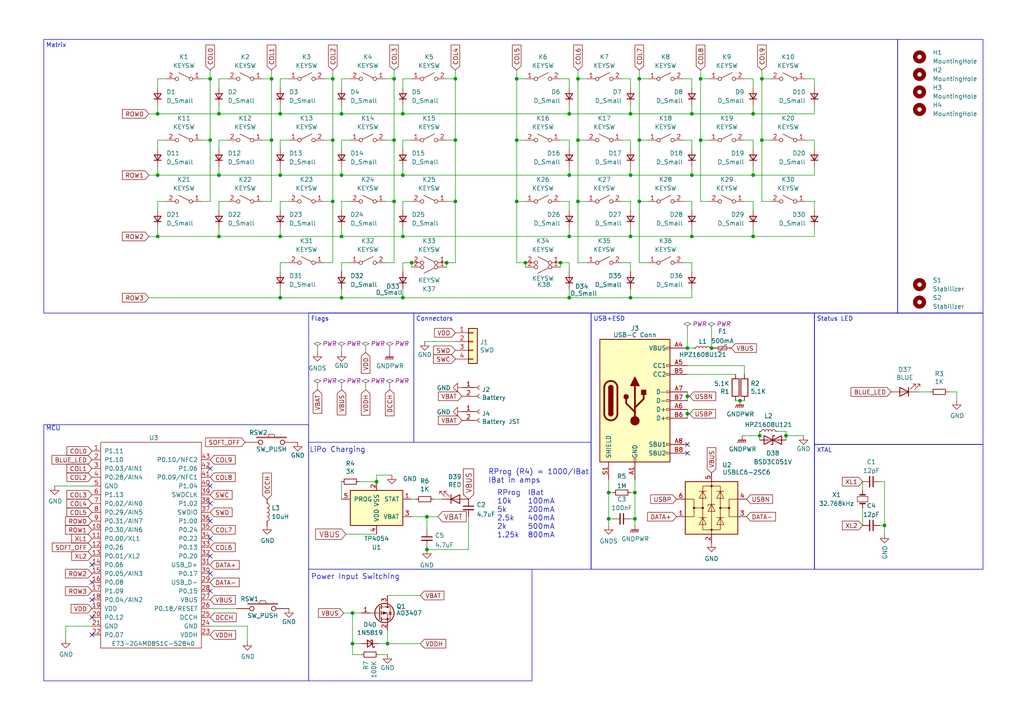
<source format=kicad_sch>
(kicad_sch (version 20231120) (generator "eeschema") (generator_version "8.0")
  (paper "A4")
  (title_block (title "Willis") (date "2024-08-29") (rev "V0.1") (company "krikun98"))
  (junction (at 149.86 40.64) (diameter 0.9144))
  (junction (at 132.08 22.86))
  (junction (at 149.86 58.42) (diameter 0.9144))
  (junction (at 182.88 33.02) (diameter 0.9144))
  (junction (at 132.08 40.64))
  (junction (at 149.86 22.86))
  (junction (at 114.3 58.42))
  (junction (at 218.44 33.02) (diameter 0.9144))
  (junction (at 162.56 76.2))
  (junction (at 99.06 68.58) (diameter 0.9144))
  (junction (at 176.53 142.875))
  (junction (at 116.84 68.58))
  (junction (at 132.08 58.42) (diameter 0.9144))
  (junction (at 203.2 40.64) (diameter 0.9144))
  (junction (at 81.28 86.36))
  (junction (at 96.52 40.64) (diameter 0.9144))
  (junction (at 167.64 22.86))
  (junction (at 200.66 68.58) (diameter 0.9144))
  (junction (at 200.66 50.8) (diameter 0.9144))
  (junction (at 218.44 68.58) (diameter 0.9144))
  (junction (at 185.42 22.86))
  (junction (at 60.96 40.64) (diameter 0.9144))
  (junction (at 112.395 186.69))
  (junction (at 182.88 68.58) (diameter 0.9144))
  (junction (at 206.375 100.965))
  (junction (at 96.52 58.42))
  (junction (at 165.1 50.8))
  (junction (at 63.5 50.8) (diameter 0.9144))
  (junction (at 227.965 126.365))
  (junction (at 199.39 100.965))
  (junction (at 78.74 22.86))
  (junction (at 176.53 150.495))
  (junction (at 81.28 50.8) (diameter 0.9144))
  (junction (at 214.63 116.205))
  (junction (at 45.72 50.8) (diameter 0.9144))
  (junction (at 185.42 40.64) (diameter 0.9144))
  (junction (at 116.84 86.36))
  (junction (at 109.22 139.7))
  (junction (at 165.1 86.36))
  (junction (at 99.06 50.8) (diameter 0.9144))
  (junction (at 184.15 142.875))
  (junction (at 220.98 40.64) (diameter 0.9144))
  (junction (at 119.38 76.2))
  (junction (at 220.345 126.365))
  (junction (at 200.66 33.02) (diameter 0.9144))
  (junction (at 184.15 150.495))
  (junction (at 63.5 68.58) (diameter 0.9144))
  (junction (at 123.825 149.86))
  (junction (at 165.1 33.02))
  (junction (at 116.84 33.02))
  (junction (at 182.88 50.8) (diameter 0.9144))
  (junction (at 165.1 68.58))
  (junction (at 99.06 86.36))
  (junction (at 99.06 33.02) (diameter 0.9144))
  (junction (at 102.235 186.69))
  (junction (at 60.96 22.86))
  (junction (at 114.3 40.64) (diameter 0.9144))
  (junction (at 123.825 159.385))
  (junction (at 114.3 22.86))
  (junction (at 218.44 50.8) (diameter 0.9144))
  (junction (at 182.88 86.36))
  (junction (at 129.54 76.2))
  (junction (at 96.52 22.86))
  (junction (at 185.42 58.42))
  (junction (at 102.235 177.8))
  (junction (at 199.39 114.935))
  (junction (at 199.39 120.015))
  (junction (at 203.2 22.86))
  (junction (at 63.5 33.02) (diameter 0.9144))
  (junction (at 167.64 40.64) (diameter 0.9144))
  (junction (at 45.72 33.02) (diameter 0.9144))
  (junction (at 45.72 68.58) (diameter 0.9144))
  (junction (at 116.84 50.8))
  (junction (at 81.28 33.02) (diameter 0.9144))
  (junction (at 81.28 68.58) (diameter 0.9144))
  (junction (at 256.54 152.4))
  (junction (at 152.4 76.2))
  (junction (at 78.74 40.64) (diameter 0.9144))
  (junction (at 220.98 22.86))
  (junction (at 167.64 58.42))
  (no_connect (at 60.96 151.13))
  (no_connect (at 60.96 140.97))
  (no_connect (at 60.96 171.45))
  (no_connect (at 60.96 135.89))
  (no_connect (at 26.67 184.15))
  (no_connect (at 60.96 146.05))
  (no_connect (at 60.96 166.37))
  (no_connect (at 26.67 173.99))
  (no_connect (at 199.39 131.445))
  (no_connect (at 60.96 156.21))
  (no_connect (at 26.67 168.91))
  (no_connect (at 199.39 128.905))
  (no_connect (at 60.96 161.29))
  (no_connect (at 26.67 163.83))
  (no_connect (at 26.67 179.07))
  (wire (pts (xy 199.39 120.015) (xy 200.025 120.015)))
  (wire (pts (xy 182.88 33.02) (xy 165.1 33.02)))
  (wire (pts (xy 176.53 142.875) (xy 177.8 142.875)))
  (wire (pts (xy 213.36 116.205) (xy 214.63 116.205)))
  (wire (pts (xy 200.66 66.04) (xy 200.66 68.58)))
  (wire (pts (xy 58.42 22.86) (xy 60.96 22.86)))
  (wire (pts (xy 45.72 30.48) (xy 45.72 33.02)))
  (wire (pts (xy 236.22 68.58) (xy 218.44 68.58)))
  (wire (pts (xy 198.12 58.42) (xy 200.66 58.42)))
  (wire (pts (xy 170.18 40.64) (xy 167.64 40.64)))
  (wire (pts (xy 218.44 68.58) (xy 200.66 68.58)))
  (wire (pts (xy 182.88 40.64) (xy 182.88 43.18)))
  (wire (pts (xy 132.08 99.06) (xy 123.19 99.06)))
  (wire (pts (xy 116.84 40.64) (xy 116.84 43.18)))
  (wire (pts (xy 256.54 152.4) (xy 256.54 154.94)))
  (wire (pts (xy 165.1 83.82) (xy 165.1 86.36)))
  (wire (pts (xy 111.76 22.86) (xy 114.3 22.86)))
  (wire (pts (xy 43.18 86.36) (xy 81.28 86.36)))
  (wire (pts (xy 76.2 40.64) (xy 78.74 40.64)))
  (wire (pts (xy 99.695 177.8) (xy 102.235 177.8)))
  (wire (pts (xy 63.5 66.04) (xy 63.5 68.58)))
  (wire (pts (xy 71.755 181.61) (xy 71.755 186.055)))
  (wire (pts (xy 199.39 120.015) (xy 199.39 121.285)))
  (wire (pts (xy 111.76 76.2) (xy 114.3 76.2)))
  (wire (pts (xy 236.22 50.8) (xy 218.44 50.8)))
  (wire (pts (xy 104.14 139.7) (xy 109.22 139.7)))
  (wire (pts (xy 81.28 40.64) (xy 81.28 43.18)))
  (wire (pts (xy 185.42 58.42) (xy 185.42 76.2)))
  (wire (pts (xy 96.52 20.32) (xy 96.52 22.86)))
  (wire (pts (xy 200.66 33.02) (xy 182.88 33.02)))
  (wire (pts (xy 227.965 127.635) (xy 227.965 126.365)))
  (wire (pts (xy 45.72 50.8) (xy 63.5 50.8)))
  (wire (pts (xy 99.06 68.58) (xy 116.84 68.58)))
  (wire (pts (xy 187.96 40.64) (xy 185.42 40.64)))
  (wire (pts (xy 112.395 182.88) (xy 112.395 186.69)))
  (wire (pts (xy 200.66 58.42) (xy 200.66 60.96)))
  (wire (pts (xy 66.04 22.86) (xy 63.5 22.86)))
  (wire (pts (xy 78.74 22.86) (xy 78.74 40.64)))
  (wire (pts (xy 99.06 48.26) (xy 99.06 50.8)))
  (wire (pts (xy 205.74 22.86) (xy 203.2 22.86)))
  (wire (pts (xy 135.89 149.86) (xy 135.89 159.385)))
  (wire (pts (xy 76.2 22.86) (xy 78.74 22.86)))
  (wire (pts (xy 266.065 113.665) (xy 269.875 113.665)))
  (wire (pts (xy 176.53 139.065) (xy 176.53 142.875)))
  (wire (pts (xy 165.1 76.2) (xy 165.1 78.74)))
  (wire (pts (xy 182.88 22.86) (xy 182.88 25.4)))
  (wire (pts (xy 236.22 40.64) (xy 236.22 43.18)))
  (wire (pts (xy 114.3 22.86) (xy 114.3 40.64)))
  (wire (pts (xy 255.27 152.4) (xy 256.54 152.4)))
  (wire (pts (xy 123.825 149.86) (xy 123.825 153.67)))
  (wire (pts (xy 198.12 76.2) (xy 200.66 76.2)))
  (wire (pts (xy 218.44 66.04) (xy 218.44 68.58)))
  (wire (pts (xy 43.18 50.8) (xy 45.72 50.8)))
  (wire (pts (xy 199.39 96.52) (xy 199.39 100.965)))
  (wire (pts (xy 78.74 20.32) (xy 78.74 22.86)))
  (wire (pts (xy 220.345 126.365) (xy 220.345 127.635)))
  (wire (pts (xy 60.96 181.61) (xy 71.755 181.61)))
  (wire (pts (xy 99.06 66.04) (xy 99.06 68.58)))
  (wire (pts (xy 223.52 40.64) (xy 220.98 40.64)))
  (wire (pts (xy 132.08 40.64) (xy 132.08 58.42)))
  (wire (pts (xy 81.28 76.2) (xy 81.28 78.74)))
  (wire (pts (xy 203.2 20.32) (xy 203.2 22.86)))
  (wire (pts (xy 187.96 76.2) (xy 185.42 76.2)))
  (wire (pts (xy 176.53 142.875) (xy 176.53 150.495)))
  (wire (pts (xy 152.4 40.64) (xy 149.86 40.64)))
  (wire (pts (xy 170.18 58.42) (xy 167.64 58.42)))
  (wire (pts (xy 182.88 48.26) (xy 182.88 50.8)))
  (wire (pts (xy 182.88 66.04) (xy 182.88 68.58)))
  (wire (pts (xy 116.84 50.8) (xy 165.1 50.8)))
  (wire (pts (xy 185.42 40.64) (xy 185.42 58.42)))
  (wire (pts (xy 99.06 83.82) (xy 99.06 86.36)))
  (wire (pts (xy 182.88 86.36) (xy 200.66 86.36)))
  (wire (pts (xy 236.22 33.02) (xy 218.44 33.02)))
  (wire (pts (xy 63.5 50.8) (xy 81.28 50.8)))
  (wire (pts (xy 81.28 86.36) (xy 99.06 86.36)))
  (wire (pts (xy 152.4 58.42) (xy 149.86 58.42)))
  (wire (pts (xy 119.38 149.86) (xy 123.825 149.86)))
  (wire (pts (xy 165.1 68.58) (xy 182.88 68.58)))
  (wire (pts (xy 184.15 150.495) (xy 184.15 152.4)))
  (wire (pts (xy 66.04 58.42) (xy 63.5 58.42)))
  (wire (pts (xy 199.39 100.965) (xy 201.295 100.965)))
  (wire (pts (xy 45.72 22.86) (xy 45.72 25.4)))
  (wire (pts (xy 99.06 30.48) (xy 99.06 33.02)))
  (wire (pts (xy 99.06 22.86) (xy 99.06 25.4)))
  (wire (pts (xy 200.66 83.82) (xy 200.66 86.36)))
  (wire (pts (xy 170.18 22.86) (xy 167.64 22.86)))
  (wire (pts (xy 199.39 114.935) (xy 199.39 116.205)))
  (wire (pts (xy 236.22 48.26) (xy 236.22 50.8)))
  (wire (pts (xy 167.64 40.64) (xy 167.64 58.42)))
  (wire (pts (xy 215.9 58.42) (xy 218.44 58.42)))
  (wire (pts (xy 165.1 22.86) (xy 165.1 25.4)))
  (wire (pts (xy 19.05 181.61) (xy 19.05 185.42)))
  (wire (pts (xy 162.56 76.2) (xy 165.1 76.2)))
  (wire (pts (xy 218.44 40.64) (xy 218.44 43.18)))
  (wire (pts (xy 116.84 83.82) (xy 116.84 86.36)))
  (wire (pts (xy 48.26 40.64) (xy 45.72 40.64)))
  (wire (pts (xy 233.68 40.64) (xy 236.22 40.64)))
  (wire (pts (xy 101.6 22.86) (xy 99.06 22.86)))
  (wire (pts (xy 165.1 48.26) (xy 165.1 50.8)))
  (wire (pts (xy 199.39 106.045) (xy 215.9 106.045)))
  (wire (pts (xy 60.96 20.32) (xy 60.96 22.86)))
  (wire (pts (xy 182.88 150.495) (xy 184.15 150.495)))
  (wire (pts (xy 182.88 83.82) (xy 182.88 86.36)))
  (wire (pts (xy 180.34 58.42) (xy 182.88 58.42)))
  (wire (pts (xy 93.98 76.2) (xy 96.52 76.2)))
  (wire (pts (xy 93.98 40.64) (xy 96.52 40.64)))
  (wire (pts (xy 63.5 33.02) (xy 81.28 33.02)))
  (wire (pts (xy 180.34 22.86) (xy 182.88 22.86)))
  (wire (pts (xy 99.06 76.2) (xy 99.06 78.74)))
  (wire (pts (xy 45.72 48.26) (xy 45.72 50.8)))
  (wire (pts (xy 184.15 142.875) (xy 184.15 150.495)))
  (wire (pts (xy 203.2 40.64) (xy 203.2 58.42)))
  (wire (pts (xy 199.39 114.935) (xy 200.025 114.935)))
  (wire (pts (xy 116.84 22.86) (xy 116.84 25.4)))
  (wire (pts (xy 101.6 40.64) (xy 99.06 40.64)))
  (wire (pts (xy 101.6 76.2) (xy 99.06 76.2)))
  (wire (pts (xy 83.82 58.42) (xy 81.28 58.42)))
  (wire (pts (xy 170.18 76.2) (xy 167.64 76.2)))
  (wire (pts (xy 81.28 58.42) (xy 81.28 60.96)))
  (wire (pts (xy 26.67 181.61) (xy 19.05 181.61)))
  (wire (pts (xy 182.88 142.875) (xy 184.15 142.875)))
  (wire (pts (xy 113.665 137.795) (xy 109.22 137.795)))
  (wire (pts (xy 116.84 48.26) (xy 116.84 50.8)))
  (wire (pts (xy 116.84 68.58) (xy 165.1 68.58)))
  (wire (pts (xy 102.235 177.8) (xy 104.775 177.8)))
  (wire (pts (xy 205.74 58.42) (xy 203.2 58.42)))
  (wire (pts (xy 236.22 30.48) (xy 236.22 33.02)))
  (wire (pts (xy 182.88 58.42) (xy 182.88 60.96)))
  (wire (pts (xy 184.15 139.065) (xy 184.15 142.875)))
  (wire (pts (xy 102.235 186.69) (xy 102.235 189.865)))
  (wire (pts (xy 58.42 58.42) (xy 60.96 58.42)))
  (wire (pts (xy 83.82 22.86) (xy 81.28 22.86)))
  (wire (pts (xy 116.84 86.36) (xy 165.1 86.36)))
  (wire (pts (xy 198.12 40.64) (xy 200.66 40.64)))
  (wire (pts (xy 233.68 22.86) (xy 236.22 22.86)))
  (wire (pts (xy 99.06 33.02) (xy 116.84 33.02)))
  (wire (pts (xy 129.54 76.2) (xy 132.08 76.2)))
  (wire (pts (xy 43.18 68.58) (xy 45.72 68.58)))
  (wire (pts (xy 165.1 68.58) (xy 165.1 66.04)))
  (wire (pts (xy 198.12 22.86) (xy 200.66 22.86)))
  (wire (pts (xy 227.965 126.365) (xy 227.965 125.095)))
  (wire (pts (xy 132.08 22.86) (xy 132.08 40.64)))
  (wire (pts (xy 215.9 22.86) (xy 218.44 22.86)))
  (wire (pts (xy 83.82 40.64) (xy 81.28 40.64)))
  (wire (pts (xy 187.96 58.42) (xy 185.42 58.42)))
  (wire (pts (xy 99.06 40.64) (xy 99.06 43.18)))
  (wire (pts (xy 215.9 40.64) (xy 218.44 40.64)))
  (wire (pts (xy 218.44 30.48) (xy 218.44 33.02)))
  (wire (pts (xy 109.855 189.865) (xy 112.395 189.865)))
  (wire (pts (xy 200.66 40.64) (xy 200.66 43.18)))
  (wire (pts (xy 96.52 22.86) (xy 96.52 40.64)))
  (wire (pts (xy 206.375 96.52) (xy 206.375 100.965)))
  (wire (pts (xy 214.63 116.205) (xy 215.9 116.205)))
  (wire (pts (xy 255.27 139.7) (xy 256.54 139.7)))
  (wire (pts (xy 182.88 50.8) (xy 165.1 50.8)))
  (wire (pts (xy 176.53 150.495) (xy 176.53 152.4)))
  (wire (pts (xy 220.345 125.095) (xy 220.345 126.365)))
  (wire (pts (xy 165.1 40.64) (xy 165.1 43.18)))
  (wire (pts (xy 123.825 158.75) (xy 123.825 159.385)))
  (wire (pts (xy 114.3 20.32) (xy 114.3 22.86)))
  (wire (pts (xy 96.52 40.64) (xy 96.52 58.42)))
  (wire (pts (xy 250.19 139.7) (xy 250.19 142.24)))
  (wire (pts (xy 149.86 22.86) (xy 149.86 40.64)))
  (wire (pts (xy 58.42 40.64) (xy 60.96 40.64)))
  (wire (pts (xy 200.66 76.2) (xy 200.66 78.74)))
  (wire (pts (xy 182.88 76.2) (xy 182.88 78.74)))
  (wire (pts (xy 60.96 40.64) (xy 60.96 58.42)))
  (wire (pts (xy 102.235 186.69) (xy 104.775 186.69)))
  (wire (pts (xy 81.28 33.02) (xy 99.06 33.02)))
  (wire (pts (xy 199.39 118.745) (xy 199.39 120.015)))
  (wire (pts (xy 215.265 126.365) (xy 220.345 126.365)))
  (wire (pts (xy 63.5 22.86) (xy 63.5 25.4)))
  (wire (pts (xy 43.18 33.02) (xy 45.72 33.02)))
  (wire (pts (xy 99.06 50.8) (xy 116.84 50.8)))
  (wire (pts (xy 200.66 22.86) (xy 200.66 25.4)))
  (wire (pts (xy 119.38 76.2) (xy 119.38 77.47)))
  (wire (pts (xy 81.28 48.26) (xy 81.28 50.8)))
  (wire (pts (xy 165.1 30.48) (xy 165.1 33.02)))
  (wire (pts (xy 176.53 150.495) (xy 177.8 150.495)))
  (wire (pts (xy 81.28 83.82) (xy 81.28 86.36)))
  (wire (pts (xy 99.06 86.36) (xy 116.84 86.36)))
  (wire (pts (xy 93.98 58.42) (xy 96.52 58.42)))
  (wire (pts (xy 220.98 40.64) (xy 220.98 58.42)))
  (wire (pts (xy 119.38 22.86) (xy 116.84 22.86)))
  (wire (pts (xy 102.235 186.69) (xy 102.235 177.8)))
  (wire (pts (xy 182.88 30.48) (xy 182.88 33.02)))
  (wire (pts (xy 101.6 58.42) (xy 99.06 58.42)))
  (wire (pts (xy 114.3 58.42) (xy 114.3 76.2)))
  (wire (pts (xy 45.72 58.42) (xy 45.72 60.96)))
  (wire (pts (xy 162.56 40.64) (xy 165.1 40.64)))
  (wire (pts (xy 236.22 58.42) (xy 236.22 60.96)))
  (wire (pts (xy 116.84 30.48) (xy 116.84 33.02)))
  (wire (pts (xy 218.44 50.8) (xy 200.66 50.8)))
  (wire (pts (xy 102.235 189.865) (xy 104.775 189.865)))
  (wire (pts (xy 111.76 40.64) (xy 114.3 40.64)))
  (wire (pts (xy 112.395 186.69) (xy 121.92 186.69)))
  (wire (pts (xy 66.04 40.64) (xy 63.5 40.64)))
  (wire (pts (xy 162.56 76.2) (xy 162.56 77.47)))
  (wire (pts (xy 149.86 40.64) (xy 149.86 58.42)))
  (wire (pts (xy 63.5 48.26) (xy 63.5 50.8)))
  (wire (pts (xy 277.495 116.205) (xy 277.495 113.665)))
  (wire (pts (xy 99.06 58.42) (xy 99.06 60.96)))
  (wire (pts (xy 205.74 40.64) (xy 203.2 40.64)))
  (wire (pts (xy 63.5 40.64) (xy 63.5 43.18)))
  (wire (pts (xy 45.72 66.04) (xy 45.72 68.58)))
  (wire (pts (xy 203.2 22.86) (xy 203.2 40.64)))
  (wire (pts (xy 81.28 30.48) (xy 81.28 33.02)))
  (wire (pts (xy 81.28 50.8) (xy 99.06 50.8)))
  (wire (pts (xy 180.34 76.2) (xy 182.88 76.2)))
  (wire (pts (xy 116.84 68.58) (xy 116.84 66.04)))
  (wire (pts (xy 99.06 139.7) (xy 99.06 144.78)))
  (wire (pts (xy 162.56 22.86) (xy 165.1 22.86)))
  (wire (pts (xy 233.68 58.42) (xy 236.22 58.42)))
  (wire (pts (xy 116.84 58.42) (xy 116.84 60.96)))
  (wire (pts (xy 220.98 20.32) (xy 220.98 22.86)))
  (wire (pts (xy 81.28 22.86) (xy 81.28 25.4)))
  (wire (pts (xy 63.5 68.58) (xy 81.28 68.58)))
  (wire (pts (xy 152.4 76.2) (xy 152.4 77.47)))
  (wire (pts (xy 60.96 22.86) (xy 60.96 40.64)))
  (wire (pts (xy 187.96 22.86) (xy 185.42 22.86)))
  (wire (pts (xy 180.34 40.64) (xy 182.88 40.64)))
  (wire (pts (xy 116.84 33.02) (xy 165.1 33.02)))
  (wire (pts (xy 116.84 76.2) (xy 116.84 78.74)))
  (wire (pts (xy 81.28 68.58) (xy 99.06 68.58)))
  (wire (pts (xy 48.26 58.42) (xy 45.72 58.42)))
  (wire (pts (xy 236.22 66.04) (xy 236.22 68.58)))
  (wire (pts (xy 135.89 159.385) (xy 123.825 159.385)))
  (wire (pts (xy 149.86 58.42) (xy 149.86 76.2)))
  (wire (pts (xy 114.3 40.64) (xy 114.3 58.42)))
  (wire (pts (xy 76.2 58.42) (xy 78.74 58.42)))
  (wire (pts (xy 119.38 58.42) (xy 116.84 58.42)))
  (wire (pts (xy 185.42 22.86) (xy 185.42 40.64)))
  (wire (pts (xy 78.74 40.64) (xy 78.74 58.42)))
  (wire (pts (xy 109.22 137.795) (xy 109.22 139.7)))
  (wire (pts (xy 215.9 106.045) (xy 215.9 108.585)))
  (wire (pts (xy 132.08 20.32) (xy 132.08 22.86)))
  (wire (pts (xy 120.65 144.78) (xy 119.38 144.78)))
  (wire (pts (xy 63.5 58.42) (xy 63.5 60.96)))
  (wire (pts (xy 199.39 113.665) (xy 199.39 114.935)))
  (wire (pts (xy 48.26 22.86) (xy 45.72 22.86)))
  (wire (pts (xy 119.38 40.64) (xy 116.84 40.64)))
  (wire (pts (xy 223.52 58.42) (xy 220.98 58.42)))
  (wire (pts (xy 256.54 152.4) (xy 256.54 139.7)))
  (wire (pts (xy 152.4 76.2) (xy 149.86 76.2)))
  (wire (pts (xy 167.64 58.42) (xy 167.64 76.2)))
  (wire (pts (xy 129.54 22.86) (xy 132.08 22.86)))
  (wire (pts (xy 200.66 68.58) (xy 182.88 68.58)))
  (wire (pts (xy 227.965 125.095) (xy 225.425 125.095)))
  (wire (pts (xy 218.44 22.86) (xy 218.44 25.4)))
  (wire (pts (xy 45.72 68.58) (xy 63.5 68.58)))
  (wire (pts (xy 218.44 33.02) (xy 200.66 33.02)))
  (wire (pts (xy 81.28 66.04) (xy 81.28 68.58)))
  (wire (pts (xy 236.22 22.86) (xy 236.22 25.4)))
  (wire (pts (xy 220.98 22.86) (xy 220.98 40.64)))
  (wire (pts (xy 15.875 140.97) (xy 26.67 140.97)))
  (wire (pts (xy 132.08 58.42) (xy 132.08 76.2)))
  (wire (pts (xy 167.64 22.86) (xy 167.64 40.64)))
  (wire (pts (xy 128.27 144.78) (xy 125.73 144.78)))
  (wire (pts (xy 218.44 58.42) (xy 218.44 60.96)))
  (wire (pts (xy 93.98 22.86) (xy 96.52 22.86)))
  (wire (pts (xy 274.955 113.665) (xy 277.495 113.665)))
  (wire (pts (xy 63.5 30.48) (xy 63.5 33.02)))
  (wire (pts (xy 119.38 76.2) (xy 116.84 76.2)))
  (wire (pts (xy 112.395 172.72) (xy 121.92 172.72)))
  (wire (pts (xy 45.72 33.02) (xy 63.5 33.02)))
  (wire (pts (xy 223.52 22.86) (xy 220.98 22.86)))
  (wire (pts (xy 129.54 40.64) (xy 132.08 40.64)))
  (wire (pts (xy 200.66 48.26) (xy 200.66 50.8)))
  (wire (pts (xy 129.54 76.2) (xy 129.54 77.47)))
  (wire (pts (xy 227.965 126.365) (xy 233.045 126.365)))
  (wire (pts (xy 167.64 20.32) (xy 167.64 22.86)))
  (wire (pts (xy 165.1 58.42) (xy 165.1 60.96)))
  (wire (pts (xy 109.855 186.69) (xy 112.395 186.69)))
  (wire (pts (xy 206.375 100.965) (xy 207.01 100.965)))
  (wire (pts (xy 200.66 50.8) (xy 182.88 50.8)))
  (wire (pts (xy 218.44 48.26) (xy 218.44 50.8)))
  (wire (pts (xy 165.1 86.36) (xy 182.88 86.36)))
  (wire (pts (xy 100.33 154.94) (xy 109.22 154.94)))
  (wire (pts (xy 152.4 22.86) (xy 149.86 22.86)))
  (wire (pts (xy 83.82 76.2) (xy 81.28 76.2)))
  (wire (pts (xy 96.52 58.42) (xy 96.52 76.2)))
  (wire (pts (xy 129.54 58.42) (xy 132.08 58.42)))
  (wire (pts (xy 149.86 20.32) (xy 149.86 22.86)))
  (wire (pts (xy 250.19 147.32) (xy 250.19 152.4)))
  (wire (pts (xy 185.42 20.32) (xy 185.42 22.86)))
  (wire (pts (xy 199.39 108.585) (xy 213.36 108.585)))
  (wire (pts (xy 111.76 58.42) (xy 114.3 58.42)))
  (wire (pts (xy 45.72 40.64) (xy 45.72 43.18)))
  (wire (pts (xy 162.56 58.42) (xy 165.1 58.42)))
  (wire (pts (xy 123.825 149.86) (xy 127 149.86)))
  (wire (pts (xy 200.66 30.48) (xy 200.66 33.02)))
  (wire (pts (xy 60.96 176.53) (xy 68.58 176.53)))
  (rectangle (start 89.535 165.1) (end 154.305 197.485))
  (rectangle (start 89.535 90.805) (end 120.015 128.27))
  (rectangle (start 260.35 11.43) (end 285.115 90.805))
  (rectangle (start 236.22 90.805) (end 285.115 128.905))
  (rectangle (start 120.015 90.805) (end 171.45 128.27))
  (rectangle (start 12.7 123.19) (end 89.535 197.485))
  (rectangle (start 12.7 11.43) (end 260.35 90.805))
  (rectangle (start 236.22 128.905) (end 285.115 165.1))
  (rectangle (start 89.535 128.27) (end 171.45 165.1))
  (rectangle (start 171.45 90.805) (end 236.22 165.1))
  (text "Power Input Switching" (at 90.17 168.275 0) (effects (font (size 1.524 1.524)) (justify left bottom)))
  (text "Status LED" (at 236.855 93.345 0) (effects (font (size 1.27 1.27)) (justify left bottom)))
  (text "Connectors" (at 120.65 93.345 0) (effects (font (size 1.27 1.27)) (justify left bottom)))
  (text "XTAL\n" (at 236.855 131.445 0) (effects (font (size 1.27 1.27)) (justify left bottom)))
  (text "USB+ESD" (at 172.085 93.345 0) (effects (font (size 1.27 1.27)) (justify left bottom)))
  (text "RProg (R4) = 1000/IBat\nIBat in amps" (at 141.605 140.335 0) (effects (font (size 1.524 1.524)) (justify left bottom)))
  (text "MCU" (at 13.335 125.095 0) (effects (font (size 1.27 1.27)) (justify left bottom)))
  (text "RProg\n10k\n5k\n2.5k\n2k\n1.25k" (at 144.145 156.21 0) (effects (font (size 1.524 1.524)) (justify left bottom)))
  (text "Flags" (at 90.17 93.345 0) (effects (font (size 1.27 1.27)) (justify left bottom)))
  (text "LiPo Charging\n" (at 106.045 131.445 0) (effects (font (size 1.524 1.524)) (justify right bottom)))
  (text "Matrix" (at 13.335 13.97 0) (effects (font (size 1.27 1.27)) (justify left bottom)))
  (text "IBat\n100mA\n200mA\n400mA\n500mA\n800mA" (at 153.035 156.21 0) (effects (font (size 1.524 1.524)) (justify left bottom)))
  (global_label "COL3" (shape input) (at 26.67 143.51 180) (property "Intersheetrefs" "${INTERSHEET_REFS}" (effects (hide yes))))
  (global_label "VBUS" (shape input) (at 100.33 154.94 180) (effects (font (size 1.524 1.524))) (property "Intersheetrefs" "${INTERSHEET_REFS}" (effects (hide yes))))
  (global_label "DCCH" (shape input) (at 113.03 113.03 270) (property "Intersheetrefs" "${INTERSHEET_REFS}" (effects (hide yes))))
  (global_label "VDDH" (shape input) (at 121.92 186.69 0) (property "Intersheetrefs" "${INTERSHEET_REFS}" (effects (hide yes))))
  (global_label "COL5" (shape input) (at 26.67 148.59 180) (property "Intersheetrefs" "${INTERSHEET_REFS}" (effects (hide yes))))
  (global_label "VBAT" (shape input) (at 92.075 113.03 270) (property "Intersheetrefs" "${INTERSHEET_REFS}" (effects (hide yes))))
  (global_label "BLUE_LED" (shape input) (at 258.445 113.665 180) (property "Intersheetrefs" "${INTERSHEET_REFS}" (effects (hide yes))))
  (global_label "VDD" (shape input) (at 132.08 96.52 180) (property "Intersheetrefs" "${INTERSHEET_REFS}" (effects (hide yes))))
  (global_label "XL1" (shape input) (at 250.19 139.7 180) (property "Intersheetrefs" "${INTERSHEET_REFS}" (effects (hide yes))))
  (global_label "VBAT" (shape input) (at 133.985 114.935 180) (property "Intersheetrefs" "${INTERSHEET_REFS}" (effects (hide yes))))
  (global_label "DATA+" (shape input) (at 60.96 163.83 0) (property "Intersheetrefs" "${INTERSHEET_REFS}" (effects (hide yes))))
  (global_label "COL0" (shape input) (at 26.67 130.81 180) (property "Intersheetrefs" "${INTERSHEET_REFS}" (effects (hide yes))))
  (global_label "ROW0" (shape input) (at 43.18 33.02 180) (property "Intersheetrefs" "${INTERSHEET_REFS}" (effects (hide yes))))
  (global_label "VBUS" (shape input) (at 206.375 137.16 90) (property "Intersheetrefs" "${INTERSHEET_REFS}" (effects (hide yes))))
  (global_label "SOFT_OFF" (shape input) (at 26.67 158.75 180) (property "Intersheetrefs" "${INTERSHEET_REFS}" (effects (hide yes))))
  (global_label "DATA-" (shape input) (at 216.535 149.86 0) (property "Intersheetrefs" "${INTERSHEET_REFS}" (effects (hide yes))))
  (global_label "XL2" (shape input) (at 250.19 152.4 180) (property "Intersheetrefs" "${INTERSHEET_REFS}" (effects (hide yes))))
  (global_label "COL2" (shape input) (at 96.52 20.32 90) (property "Intersheetrefs" "${INTERSHEET_REFS}" (effects (hide yes))))
  (global_label "DCCH" (shape input) (at 77.47 144.78 90) (property "Intersheetrefs" "${INTERSHEET_REFS}" (effects (hide yes))))
  (global_label "SWD" (shape input) (at 60.96 148.59 0) (property "Intersheetrefs" "${INTERSHEET_REFS}" (effects (hide yes))))
  (global_label "ROW1" (shape input) (at 43.18 50.8 180) (property "Intersheetrefs" "${INTERSHEET_REFS}" (effects (hide yes))))
  (global_label "XL1" (shape input) (at 26.67 156.21 180) (property "Intersheetrefs" "${INTERSHEET_REFS}" (effects (hide yes))))
  (global_label "COL8" (shape input) (at 203.2 20.32 90) (property "Intersheetrefs" "${INTERSHEET_REFS}" (effects (hide yes))))
  (global_label "COL7" (shape input) (at 185.42 20.32 90) (property "Intersheetrefs" "${INTERSHEET_REFS}" (effects (hide yes))))
  (global_label "SWC" (shape input) (at 132.08 104.14 180) (property "Intersheetrefs" "${INTERSHEET_REFS}" (effects (hide yes))))
  (global_label "VBUS" (shape input) (at 212.09 100.965 0) (property "Intersheetrefs" "${INTERSHEET_REFS}" (effects (hide yes))))
  (global_label "COL5" (shape input) (at 149.86 20.32 90) (property "Intersheetrefs" "${INTERSHEET_REFS}" (effects (hide yes))))
  (global_label "COL0" (shape input) (at 60.96 20.32 90) (property "Intersheetrefs" "${INTERSHEET_REFS}" (effects (hide yes))))
  (global_label "COL2" (shape input) (at 26.67 138.43 180) (property "Intersheetrefs" "${INTERSHEET_REFS}" (effects (hide yes))))
  (global_label "USBP" (shape input) (at 200.025 120.015 0) (property "Intersheetrefs" "${INTERSHEET_REFS}" (effects (hide yes))))
  (global_label "ROW2" (shape input) (at 43.18 68.58 180) (property "Intersheetrefs" "${INTERSHEET_REFS}" (effects (hide yes))))
  (global_label "ROW3" (shape input) (at 43.18 86.36 180) (property "Intersheetrefs" "${INTERSHEET_REFS}" (effects (hide yes))))
  (global_label "COL4" (shape input) (at 26.67 146.05 180) (property "Intersheetrefs" "${INTERSHEET_REFS}" (effects (hide yes))))
  (global_label "SWC" (shape input) (at 60.96 143.51 0) (property "Intersheetrefs" "${INTERSHEET_REFS}" (effects (hide yes))))
  (global_label "COL1" (shape input) (at 78.74 20.32 90) (property "Intersheetrefs" "${INTERSHEET_REFS}" (effects (hide yes))))
  (global_label "COL6" (shape input) (at 60.96 158.75 0) (property "Intersheetrefs" "${INTERSHEET_REFS}" (effects (hide yes))))
  (global_label "COL7" (shape input) (at 60.96 153.67 0) (property "Intersheetrefs" "${INTERSHEET_REFS}" (effects (hide yes))))
  (global_label "SWD" (shape input) (at 132.08 101.6 180) (property "Intersheetrefs" "${INTERSHEET_REFS}" (effects (hide yes))))
  (global_label "VDD" (shape input) (at 106.045 102.235 270) (property "Intersheetrefs" "${INTERSHEET_REFS}" (effects (hide yes))))
  (global_label "USBN" (shape input) (at 200.025 114.935 0) (property "Intersheetrefs" "${INTERSHEET_REFS}" (effects (hide yes))))
  (global_label "VBAT" (shape input) (at 121.92 172.72 0) (property "Intersheetrefs" "${INTERSHEET_REFS}" (effects (hide yes))))
  (global_label "USBP" (shape input) (at 196.215 144.78 180) (property "Intersheetrefs" "${INTERSHEET_REFS}" (effects (hide yes))))
  (global_label "VBUS" (shape input) (at 135.89 144.78 90) (effects (font (size 1.524 1.524))) (property "Intersheetrefs" "${INTERSHEET_REFS}" (effects (hide yes))))
  (global_label "VDDH" (shape input) (at 60.96 184.15 0) (property "Intersheetrefs" "${INTERSHEET_REFS}" (effects (hide yes))))
  (global_label "VDD" (shape input) (at 26.67 176.53 180) (property "Intersheetrefs" "${INTERSHEET_REFS}" (effects (hide yes))))
  (global_label "DATA-" (shape input) (at 60.96 168.91 0) (property "Intersheetrefs" "${INTERSHEET_REFS}" (effects (hide yes))))
  (global_label "ROW0" (shape input) (at 26.67 151.13 180) (property "Intersheetrefs" "${INTERSHEET_REFS}" (effects (hide yes))))
  (global_label "VBUS" (shape input) (at 99.695 177.8 180) (property "Intersheetrefs" "${INTERSHEET_REFS}" (effects (hide yes))))
  (global_label "ROW2" (shape input) (at 26.67 166.37 180) (property "Intersheetrefs" "${INTERSHEET_REFS}" (effects (hide yes))))
  (global_label "VDDH" (shape input) (at 106.045 113.03 270) (property "Intersheetrefs" "${INTERSHEET_REFS}" (effects (hide yes))))
  (global_label "VBUS" (shape input) (at 99.06 113.03 270) (property "Intersheetrefs" "${INTERSHEET_REFS}" (effects (hide yes))))
  (global_label "COL8" (shape input) (at 60.96 138.43 0) (property "Intersheetrefs" "${INTERSHEET_REFS}" (effects (hide yes))))
  (global_label "VBAT" (shape input) (at 133.985 121.92 180) (property "Intersheetrefs" "${INTERSHEET_REFS}" (effects (hide yes))))
  (global_label "USBN" (shape input) (at 216.535 144.78 0) (property "Intersheetrefs" "${INTERSHEET_REFS}" (effects (hide yes))))
  (global_label "COL9" (shape input) (at 220.98 20.32 90) (property "Intersheetrefs" "${INTERSHEET_REFS}" (effects (hide yes))))
  (global_label "COL3" (shape input) (at 114.3 20.32 90) (property "Intersheetrefs" "${INTERSHEET_REFS}" (effects (hide yes))))
  (global_label "ROW3" (shape input) (at 26.67 171.45 180) (property "Intersheetrefs" "${INTERSHEET_REFS}" (effects (hide yes))))
  (global_label "VBAT" (shape input) (at 127 149.86 0) (effects (font (size 1.524 1.524))) (property "Intersheetrefs" "${INTERSHEET_REFS}" (effects (hide yes))))
  (global_label "BLUE_LED" (shape input) (at 26.67 133.35 180) (property "Intersheetrefs" "${INTERSHEET_REFS}" (effects (hide yes))))
  (global_label "COL6" (shape input) (at 167.64 20.32 90) (property "Intersheetrefs" "${INTERSHEET_REFS}" (effects (hide yes))))
  (global_label "COL1" (shape input) (at 26.67 135.89 180) (property "Intersheetrefs" "${INTERSHEET_REFS}" (effects (hide yes))))
  (global_label "COL4" (shape input) (at 132.08 20.32 90) (property "Intersheetrefs" "${INTERSHEET_REFS}" (effects (hide yes))))
  (global_label "XL2" (shape input) (at 26.67 161.29 180) (property "Intersheetrefs" "${INTERSHEET_REFS}" (effects (hide yes))))
  (global_label "DATA+" (shape input) (at 196.215 149.86 180) (property "Intersheetrefs" "${INTERSHEET_REFS}" (effects (hide yes))))
  (global_label "VBUS" (shape input) (at 60.96 173.99 0) (property "Intersheetrefs" "${INTERSHEET_REFS}" (effects (hide yes))))
  (global_label "COL9" (shape input) (at 60.96 133.35 0) (property "Intersheetrefs" "${INTERSHEET_REFS}" (effects (hide yes))))
  (global_label "SOFT_OFF" (shape input) (at 71.12 128.27 180) (property "Intersheetrefs" "${INTERSHEET_REFS}" (effects (hide yes))))
  (global_label "DCCH" (shape input) (at 60.96 179.07 0) (property "Intersheetrefs" "${INTERSHEET_REFS}" (effects (hide yes))))
  (global_label "ROW1" (shape input) (at 26.67 153.67 180) (property "Intersheetrefs" "${INTERSHEET_REFS}" (effects (hide yes))))
  (netclass_flag "" (length 2.54) (shape diamond) (at 92.075 113.03 0) (property "Netclass" "PWR" (at 93.472 110.49 0) (effects (font (italic yes)) (justify left))))
  (netclass_flag "" (length 2.54) (shape diamond) (at 199.39 96.52 0) (property "Netclass" "PWR" (at 200.787 93.98 0) (effects (font (italic yes)) (justify left))))
  (netclass_flag "" (length 2.54) (shape diamond) (at 99.06 113.03 0) (property "Netclass" "PWR" (at 100.457 110.49 0) (effects (font (italic yes)) (justify left))))
  (netclass_flag "" (length 2.54) (shape diamond) (at 113.03 113.03 0) (property "Netclass" "PWR" (at 114.427 110.49 0) (effects (font (italic yes)) (justify left))))
  (netclass_flag "" (length 2.54) (shape diamond) (at 106.045 102.235 0) (property "Netclass" "PWR" (at 107.442 99.695 0) (effects (font (italic yes)) (justify left))))
  (netclass_flag "" (length 2.54) (shape diamond) (at 206.375 96.52 0) (property "Netclass" "PWR" (at 207.772 93.98 0) (effects (font (italic yes)) (justify left))))
  (netclass_flag "" (length 2.54) (shape diamond) (at 113.03 102.235 0) (property "Netclass" "PWR" (at 114.427 99.695 0) (effects (font (italic yes)) (justify left))))
  (netclass_flag "" (length 2.54) (shape diamond) (at 92.075 102.235 0) (property "Netclass" "PWR" (at 93.472 99.695 0) (effects (font (italic yes)) (justify left))))
  (netclass_flag "" (length 2.54) (shape diamond) (at 99.06 102.235 0) (property "Netclass" "PWR" (at 100.457 99.695 0) (effects (font (italic yes)) (justify left))))
  (netclass_flag "" (length 2.54) (shape diamond) (at 106.045 113.03 0) (property "Netclass" "PWR" (at 107.442 110.49 0) (effects (font (italic yes)) (justify left))))
  (symbol (lib_id "Connector:Conn_01x02_Female") (at 139.065 119.38 0) (unit 1)
    (property "Reference" "J4" (at 139.7762 119.9896 0) (effects (justify left)))
    (property "Value" "Battery JST" (at 139.7762 122.301 0) (effects (justify left)))
    (property "Footprint" "Connector_JST:JST_SH_SM02B-SRSS-TB_1x02-1MP_P1.00mm_Horizontal" (effects (hide yes)))
    (property "LCSC" "C160402" (effects (hide yes)))
  )
  (symbol (lib_id "Device:D_Small") (at 236.22 27.94 270) (mirror x) (unit 1)
    (property "Reference" "D10" (at 233.68 26.67 90) (effects (justify right)))
    (property "Value" "D_Small" (at 233.68 29.21 90) (effects (justify right)))
    (property "Footprint" "Diode_SMD:D_SOD-323_HandSoldering" (effects (hide yes)))
    (property "LCSC" "C2128" (effects (hide yes)))
  )
  (symbol (lib_id "power:GNDPWR") (at 215.265 126.365 0) (unit 1)
    (property "Reference" "#PWR09" (effects (hide yes)))
    (property "Value" "GNDPWR" (at 215.3666 130.2766 0))
  )
  (symbol (lib_id "Device:R_Small") (at 272.415 113.665 90) (unit 1)
    (property "Reference" "R3" (at 272.415 108.4072 90))
    (property "Value" "1K" (at 272.415 110.7186 90))
    (property "Footprint" "Resistor_SMD:R_0603_1608Metric_Pad0.98x0.95mm_HandSolder" (effects (hide yes)))
    (property "LCSC" "C22548" (effects (hide yes)))
  )
  (symbol (lib_id "Keyboard_Components:KEYSW") (at 175.26 76.2 0) (unit 1)
    (property "Reference" "K35" (at 175.26 69.85 0))
    (property "Value" "KEYSW" (at 175.26 72.39 0))
    (property "Footprint" "PCM_marbastlib-mx:SW_MX_1u" (effects (hide yes)))
  )
  (symbol (lib_id "Device:D_Small") (at 81.28 63.5 90) (unit 1)
    (property "Reference" "D23" (at 83.82 62.23 90) (effects (justify right)))
    (property "Value" "D_Small" (at 83.82 64.77 90) (effects (justify right)))
    (property "Footprint" "Diode_SMD:D_SOD-323_HandSoldering" (effects (hide yes)))
    (property "LCSC" "C2128" (effects (hide yes)))
  )
  (symbol (lib_id "Device:L_Small") (at 222.885 125.095 90) (unit 1) (in_bom no)
    (property "Reference" "L2" (at 222.885 120.65 90))
    (property "Value" "HPZ1608U121" (at 222.885 123.19 90))
    (property "Footprint" "Inductor_SMD:L_0603_1608Metric_Pad1.05x0.95mm_HandSolder" (effects (hide yes)))
    (property "LCSC" "C919153" (effects (hide yes)))
  )
  (symbol (lib_id "Mechanical:MountingHole") (at 266.7 21.59 0) (unit 1)
    (property "Reference" "H2" (at 270.51 20.32 0) (effects (justify left)))
    (property "Value" "MountingHole" (at 270.51 22.86 0) (effects (justify left)))
    (property "Footprint" "kbd:M2_Hole_TH_mod" (effects (hide yes)))
  )
  (symbol (lib_id "power:GND") (at 233.045 126.365 0) (unit 1)
    (property "Reference" "#PWR010" (effects (hide yes)))
    (property "Value" "GND" (at 233.045 130.175 0))
  )
  (symbol (lib_id "Device:R_Small") (at 180.34 142.875 90) (unit 1) (in_bom no)
    (property "Reference" "R5" (at 180.34 138.1718 90))
    (property "Value" "1M" (at 180.34 140.9469 90))
    (property "Footprint" "Resistor_SMD:R_0603_1608Metric_Pad0.98x0.95mm_HandSolder" (effects (hide yes)))
    (property "LCSC" "C22935" (effects (hide yes)))
  )
  (symbol (lib_id "Device:D_Small") (at 63.5 45.72 90) (unit 1)
    (property "Reference" "D12" (at 66.04 44.45 90) (effects (justify right)))
    (property "Value" "D_Small" (at 66.04 46.99 90) (effects (justify right)))
    (property "Footprint" "Diode_SMD:D_SOD-323_HandSoldering" (effects (hide yes)))
    (property "LCSC" "C2128" (effects (hide yes)))
  )
  (symbol (lib_id "Device:D_Small") (at 165.1 27.94 270) (mirror x) (unit 1)
    (property "Reference" "D6" (at 162.56 26.67 90) (effects (justify right)))
    (property "Value" "D_Small" (at 162.56 29.21 90) (effects (justify right)))
    (property "Footprint" "Diode_SMD:D_SOD-323_HandSoldering" (effects (hide yes)))
    (property "LCSC" "C2128" (effects (hide yes)))
  )
  (symbol (lib_id "Device:C_Small") (at 180.34 150.495 270) (unit 1) (in_bom no)
    (property "Reference" "C3" (at 180.3336 144.78 90))
    (property "Value" "100nF" (at 180.3336 147.32 90))
    (property "Footprint" "Capacitor_SMD:C_0603_1608Metric_Pad1.08x0.95mm_HandSolder" (effects (hide yes)))
    (property "LCSC" "C1588" (effects (hide yes)))
  )
  (symbol (lib_id "Device:D_Small") (at 218.44 27.94 270) (mirror x) (unit 1)
    (property "Reference" "D9" (at 215.9 26.67 90) (effects (justify right)))
    (property "Value" "D_Small" (at 215.9 29.21 90) (effects (justify right)))
    (property "Footprint" "Diode_SMD:D_SOD-323_HandSoldering" (effects (hide yes)))
    (property "LCSC" "C2128" (effects (hide yes)))
  )
  (symbol (lib_id "Device:D_Small") (at 45.72 45.72 90) (unit 1)
    (property "Reference" "D11" (at 48.26 44.45 90) (effects (justify right)))
    (property "Value" "D_Small" (at 48.26 46.99 90) (effects (justify right)))
    (property "Footprint" "Diode_SMD:D_SOD-323_HandSoldering" (effects (hide yes)))
    (property "LCSC" "C2128" (effects (hide yes)))
  )
  (symbol (lib_id "Keyboard_Components:KEYSW") (at 175.26 22.86 0) (unit 1) (in_bom no)
    (property "Reference" "K7" (at 175.26 16.51 0))
    (property "Value" "KEYSW" (at 175.26 19.05 0))
    (property "Footprint" "PCM_marbastlib-mx:SW_MX_1u" (effects (hide yes)))
  )
  (symbol (lib_id "power:GNDS") (at 176.53 152.4 0) (unit 1)
    (property "Reference" "#PWR013" (effects (hide yes)))
    (property "Value" "GNDS" (at 176.53 156.9626 0))
  )
  (symbol (lib_id "power:GND") (at 123.19 99.06 0) (mirror y) (unit 1)
    (property "Reference" "#PWR01" (effects (hide yes)))
    (property "Value" "GND" (at 123.19 102.87 0))
  )
  (symbol (lib_id "Device:D_Small") (at 165.1 63.5 270) (mirror x) (unit 1)
    (property "Reference" "D26" (at 162.56 62.23 90) (effects (justify right)))
    (property "Value" "D_Small" (at 162.56 64.77 90) (effects (justify right)))
    (property "Footprint" "Diode_SMD:D_SOD-323_HandSoldering" (effects (hide yes)))
    (property "LCSC" "C2128" (effects (hide yes)))
  )
  (symbol (lib_id "corne-cherry-rescue:SW_PUSH-kbd-corne-cherry-rescue") (at 76.2 176.53 0) (mirror y) (unit 1)
    (property "Reference" "RSW1" (at 72.39 173.736 0))
    (property "Value" "SW_PUSH" (at 76.2 178.562 0))
    (property "Footprint" "Button_Switch_SMD:SW_SPST_EVQP7C" (effects (hide yes)))
    (property "LCSC" "C388883" (effects (hide yes)))
  )
  (symbol (lib_id "Device:L") (at 77.47 148.59 0) (unit 1)
    (property "Reference" "L3" (at 78.74 147.3199 0) (effects (justify left)))
    (property "Value" "10uH" (at 78.74 149.8599 0) (effects (justify left)))
    (property "Footprint" "Inductor_SMD:L_0603_1608Metric_Pad1.05x0.95mm_HandSolder" (effects (hide yes)))
    (property "Description" "Inductor" (effects (hide yes)))
    (property "LCSC" "C275361" (effects (hide yes)))
  )
  (symbol (lib_id "Keyboard_Components:KEYSW") (at 157.48 40.64 0) (mirror y) (unit 1) (in_bom no)
    (property "Reference" "K16" (at 157.48 34.29 0))
    (property "Value" "KEYSW" (at 157.48 36.83 0))
    (property "Footprint" "PCM_marbastlib-mx:SW_MX_1u" (effects (hide yes)))
  )
  (symbol (lib_id "Keyboard_Components:KEYSW") (at 124.46 40.64 0) (unit 1) (in_bom no)
    (property "Reference" "K15" (at 124.46 34.29 0))
    (property "Value" "KEYSW" (at 124.46 36.83 0))
    (property "Footprint" "PCM_marbastlib-mx:SW_MX_1u" (effects (hide yes)))
  )
  (symbol (lib_id "Device:D_Schottky_Small") (at 107.315 186.69 180) (unit 1)
    (property "Reference" "D40" (at 107.315 181.2036 0))
    (property "Value" "1N5819" (at 107.315 183.515 0))
    (property "Footprint" "Diode_SMD:D_SOD-323_HandSoldering" (effects (hide yes)))
    (property "LCSC" "C21714236" (effects (hide yes)))
  )
  (symbol (lib_id "Keyboard_Components:KEYSW") (at 157.48 58.42 0) (unit 1)
    (property "Reference" "K26" (at 157.48 52.07 0))
    (property "Value" "KEYSW" (at 157.48 54.61 0))
    (property "Footprint" "PCM_marbastlib-mx:SW_MX_1u" (effects (hide yes)))
  )
  (symbol (lib_id "Keyboard_Components:KEYSW") (at 157.48 76.2 0) (mirror y) (unit 1) (in_bom no)
    (property "Reference" "K34" (at 157.48 69.85 0))
    (property "Value" "KEYSW" (at 157.48 72.39 0))
    (property "Footprint" "PCM_marbastlib-mx:SW_MX_1u" (effects (hide yes)))
  )
  (symbol (lib_id "power:GND") (at 133.985 119.38 270) (unit 1)
    (property "Reference" "#PWR08" (effects (hide yes)))
    (property "Value" "GND" (at 130.7338 119.507 90) (effects (justify right)))
  )
  (symbol (lib_id "Keyboard_Components:KEYSW") (at 71.12 58.42 0) (mirror y) (unit 1) (in_bom no)
    (property "Reference" "K22" (at 71.12 52.07 0))
    (property "Value" "KEYSW" (at 71.12 54.61 0))
    (property "Footprint" "PCM_marbastlib-mx:SW_MX_1u" (effects (hide yes)))
  )
  (symbol (lib_id "Keyboard_Components:KEYSW") (at 228.6 58.42 0) (mirror y) (unit 1)
    (property "Reference" "K30" (at 228.6 52.07 0))
    (property "Value" "KEYSW" (at 228.6 54.61 0))
    (property "Footprint" "PCM_marbastlib-mx:SW_MX_1u" (effects (hide yes)))
  )
  (symbol (lib_id "power:GND") (at 277.495 116.205 0) (unit 1)
    (property "Reference" "#PWR07" (effects (hide yes)))
    (property "Value" "GND" (at 277.622 120.5992 0))
  )
  (symbol (lib_id "Device:C_Small") (at 252.73 139.7 270) (unit 1)
    (property "Reference" "C1" (at 252.7236 133.985 90))
    (property "Value" "12pF" (at 252.7236 136.525 90))
    (property "Footprint" "Capacitor_SMD:C_0603_1608Metric_Pad1.08x0.95mm_HandSolder" (effects (hide yes)))
    (property "LCSC" "C1634" (effects (hide yes)))
  )
  (symbol (lib_id "Keyboard_Components:KEYSW") (at 193.04 22.86 0) (unit 1)
    (property "Reference" "K8" (at 193.04 16.51 0))
    (property "Value" "KEYSW" (at 193.04 19.05 0))
    (property "Footprint" "PCM_marbastlib-mx:SW_MX_1u" (effects (hide yes)))
  )
  (symbol (lib_id "Device:D_Small") (at 45.72 63.5 90) (unit 1)
    (property "Reference" "D21" (at 48.26 62.23 90) (effects (justify right)))
    (property "Value" "D_Small" (at 48.26 64.77 90) (effects (justify right)))
    (property "Footprint" "Diode_SMD:D_SOD-323_HandSoldering" (effects (hide yes)))
    (property "LCSC" "C2128" (effects (hide yes)))
  )
  (symbol (lib_id "Device:D_Small") (at 200.66 27.94 270) (mirror x) (unit 1)
    (property "Reference" "D8" (at 198.12 26.67 90) (effects (justify right)))
    (property "Value" "D_Small" (at 198.12 29.21 90) (effects (justify right)))
    (property "Footprint" "Diode_SMD:D_SOD-323_HandSoldering" (effects (hide yes)))
    (property "LCSC" "C2128" (effects (hide yes)))
  )
  (symbol (lib_id "power:GND") (at 77.47 152.4 0) (unit 1)
    (property "Reference" "#PWR012" (effects (hide yes)))
    (property "Value" "GND" (at 77.597 156.7942 0))
  )
  (symbol (lib_id "Battery_Management:MCP73831-3-OT") (at 109.22 147.32 0) (mirror x) (unit 1)
    (property "Reference" "U1" (at 109.22 158.75 0))
    (property "Value" "TP4054" (at 109.22 156.21 0))
    (property "Footprint" "Package_TO_SOT_SMD:SOT-23-5_HandSoldering" (effects (hide yes)))
    (property "Datasheet" "http://ww1.microchip.com/downloads/en/DeviceDoc/20001984g.pdf" (effects (hide yes)))
    (property "LCSC" "C424093" (effects (hide yes)))
  )
  (symbol (lib_id "Keyboard_Components:KEYSW") (at 88.9 40.64 0) (unit 1)
    (property "Reference" "K13" (at 88.9 34.29 0))
    (property "Value" "KEYSW" (at 88.9 36.83 0))
    (property "Footprint" "PCM_marbastlib-mx:SW_MX_1u" (effects (hide yes)))
  )
  (symbol (lib_id "power:GND") (at 206.375 157.48 0) (unit 1)
    (property "Reference" "#PWR016" (effects (hide yes)))
    (property "Value" "GND" (at 206.375 162.0426 0))
  )
  (symbol (lib_id "Keyboard_Components:KEYSW") (at 53.34 40.64 0) (mirror y) (unit 1) (in_bom no)
    (property "Reference" "K11" (at 53.34 34.29 0))
    (property "Value" "KEYSW" (at 53.34 36.83 0))
    (property "Footprint" "PCM_marbastlib-mx:SW_MX_1u" (effects (hide yes)))
  )
  (symbol (lib_id "Device:D_Small") (at 182.88 27.94 270) (mirror x) (unit 1)
    (property "Reference" "D7" (at 180.34 26.67 90) (effects (justify right)))
    (property "Value" "D_Small" (at 180.34 29.21 90) (effects (justify right)))
    (property "Footprint" "Diode_SMD:D_SOD-323_HandSoldering" (effects (hide yes)))
    (property "LCSC" "C2128" (effects (hide yes)))
  )
  (symbol (lib_id "Device:LED") (at 132.08 144.78 0) (mirror x) (unit 1)
    (property "Reference" "D39" (at 131.9022 138.303 0))
    (property "Value" "RED" (at 131.9022 140.6144 0))
    (property "Footprint" "LED_SMD:LED_1206_3216Metric_ReverseMount_Hole1.8x2.4mm" (effects (hide yes)))
    (property "LCSC" " C375561" (effects (hide yes)))
  )
  (symbol (lib_id "power:GND") (at 83.82 176.53 0) (unit 1)
    (property "Reference" "#PWR022" (effects (hide yes)))
    (property "Value" "GND" (at 83.82 180.34 0))
  )
  (symbol (lib_id "Device:D_Small") (at 165.1 45.72 270) (mirror x) (unit 1)
    (property "Reference" "D16" (at 162.56 44.45 90) (effects (justify right)))
    (property "Value" "D_Small" (at 162.56 46.99 90) (effects (justify right)))
    (property "Footprint" "Diode_SMD:D_SOD-323_HandSoldering" (effects (hide yes)))
    (property "LCSC" "C2128" (effects (hide yes)))
  )
  (symbol (lib_id "Keyboard_Components:KEYSW") (at 210.82 40.64 0) (unit 1)
    (property "Reference" "K19" (at 210.82 34.29 0))
    (property "Value" "KEYSW" (at 210.82 36.83 0))
    (property "Footprint" "PCM_marbastlib-mx:SW_MX_1u" (effects (hide yes)))
  )
  (symbol (lib_id "Device:C_Small") (at 252.73 152.4 270) (unit 1)
    (property "Reference" "C4" (at 252.7236 146.685 90))
    (property "Value" "12pF" (at 252.7236 149.225 90))
    (property "Footprint" "Capacitor_SMD:C_0603_1608Metric_Pad1.08x0.95mm_HandSolder" (effects (hide yes)))
    (property "LCSC" "C1634" (effects (hide yes)))
  )
  (symbol (lib_id "Mechanical:MountingHole") (at 266.7 87.63 0) (unit 1)
    (property "Reference" "S2" (at 270.51 86.36 0) (effects (justify left)))
    (property "Value" "Stabilizer" (at 270.51 88.9 0) (effects (justify left)))
    (property "Footprint" "PCM_marbastlib-mx:STAB_MX_P_2u" (effects (hide yes)))
  )
  (symbol (lib_id "Keyboard_Components:KEYSW") (at 88.9 76.2 0) (mirror y) (unit 1) (in_bom no)
    (property "Reference" "K31" (at 88.9 69.85 0))
    (property "Value" "KEYSW" (at 88.9 72.39 0))
    (property "Footprint" "PCM_marbastlib-mx:SW_MX_1u" (effects (hide yes)))
  )
  (symbol (lib_id "Mechanical:MountingHole") (at 266.7 16.51 0) (unit 1)
    (property "Reference" "H1" (at 270.51 15.24 0) (effects (justify left)))
    (property "Value" "MountingHole" (at 270.51 17.78 0) (effects (justify left)))
    (property "Footprint" "kbd:M2_Hole_TH_mod" (effects (hide yes)))
  )
  (symbol (lib_id "Device:D_Small") (at 63.5 27.94 90) (unit 1)
    (property "Reference" "D2" (at 66.04 26.67 90) (effects (justify right)))
    (property "Value" "D_Small" (at 66.04 29.21 90) (effects (justify right)))
    (property "Footprint" "Diode_SMD:D_SOD-323_HandSoldering" (effects (hide yes)))
    (property "LCSC" "C2128" (effects (hide yes)))
  )
  (symbol (lib_id "Keyboard_Components:KEYSW") (at 88.9 58.42 0) (mirror y) (unit 1)
    (property "Reference" "K23" (at 88.9 52.07 0))
    (property "Value" "KEYSW" (at 88.9 54.61 0))
    (property "Footprint" "PCM_marbastlib-mx:SW_MX_1u" (effects (hide yes)))
  )
  (symbol (lib_id "Device:D_Small") (at 81.28 45.72 90) (unit 1)
    (property "Reference" "D13" (at 83.82 44.45 90) (effects (justify right)))
    (property "Value" "D_Small" (at 83.82 46.99 90) (effects (justify right)))
    (property "Footprint" "Diode_SMD:D_SOD-323_HandSoldering" (effects (hide yes)))
    (property "LCSC" "C2128" (effects (hide yes)))
  )
  (symbol (lib_id "nrfmicro:E73-2G4M08S1C-52840") (at 44.45 158.75 0) (unit 1)
    (property "Reference" "U3" (at 44.577 127 0))
    (property "Value" "E73-2G4M08S1C-52840" (at 44.45 186.69 0))
    (property "Footprint" "kbd:E73-2G4M08S1C-52840" (effects (hide yes)))
  )
  (symbol (lib_id "Connector_Generic:Conn_01x04") (at 137.16 99.06 0) (unit 1)
    (property "Reference" "J1" (at 139.192 99.2632 0) (effects (justify left)))
    (property "Value" "SWD" (at 139.192 101.5746 0) (effects (justify left)))
    (property "Footprint" "kbd:connector_swd_REV" (effects (hide yes)))
  )
  (symbol (lib_id "Device:D_Small") (at 99.06 63.5 90) (unit 1)
    (property "Reference" "D24" (at 101.6 62.23 90) (effects (justify right)))
    (property "Value" "D_Small" (at 101.6 64.77 90) (effects (justify right)))
    (property "Footprint" "Diode_SMD:D_SOD-323_HandSoldering" (effects (hide yes)))
    (property "LCSC" "C2128" (effects (hide yes)))
  )
  (symbol (lib_id "Mechanical:MountingHole") (at 266.7 82.55 0) (unit 1)
    (property "Reference" "S1" (at 270.51 81.28 0) (effects (justify left)))
    (property "Value" "Stabilizer" (at 270.51 83.82 0) (effects (justify left)))
    (property "Footprint" "PCM_marbastlib-mx:STAB_MX_P_2u" (effects (hide yes)))
  )
  (symbol (lib_id "Connector:Conn_01x02_Female") (at 139.065 112.395 0) (unit 1)
    (property "Reference" "J2" (at 139.7762 113.0046 0) (effects (justify left)))
    (property "Value" "Battery" (at 139.7762 115.316 0) (effects (justify left)))
    (property "Footprint" "kbd:Battery_TH" (effects (hide yes)))
  )
  (symbol (lib_id "Device:C_Small") (at 123.825 156.21 0) (unit 1)
    (property "Reference" "C5" (at 126.1492 155.3015 0) (effects (justify left)))
    (property "Value" "4.7uF" (at 126.1492 158.0766 0) (effects (justify left)))
    (property "Footprint" "Capacitor_SMD:C_0603_1608Metric_Pad1.08x0.95mm_HandSolder" (effects (hide yes)))
    (property "LCSC" "C19666" (effects (hide yes)))
  )
  (symbol (lib_id "power:GNDS") (at 92.075 102.235 0) (unit 1)
    (property "Reference" "#PWR02" (effects (hide yes)))
    (property "Value" "GNDS" (at 92.075 106.7976 0))
  )
  (symbol (lib_id "Device:D_Small") (at 200.66 45.72 270) (mirror x) (unit 1)
    (property "Reference" "D18" (at 198.12 44.45 90) (effects (justify right)))
    (property "Value" "D_Small" (at 198.12 46.99 90) (effects (justify right)))
    (property "Footprint" "Diode_SMD:D_SOD-323_HandSoldering" (effects (hide yes)))
    (property "LCSC" "C2128" (effects (hide yes)))
  )
  (symbol (lib_id "corne-cherry-rescue:SW_PUSH-kbd-corne-cherry-rescue") (at 78.74 128.27 0) (mirror y) (unit 1)
    (property "Reference" "RSW2" (at 74.93 125.476 0))
    (property "Value" "SW_PUSH" (at 78.74 130.302 0))
    (property "Footprint" "Button_Switch_SMD:SW_SPST_EVQP7C" (effects (hide yes)))
    (property "LCSC" "C388883" (effects (hide yes)))
  )
  (symbol (lib_id "Device:R_Small") (at 101.6 139.7 90) (mirror x) (unit 1)
    (property "Reference" "R4" (at 101.6 134.4422 90))
    (property "Value" "3K" (at 101.6 136.7536 90))
    (property "Footprint" "Resistor_SMD:R_0603_1608Metric_Pad0.98x0.95mm_HandSolder" (effects (hide yes)))
    (property "LCSC" "C4211" (effects (hide yes)))
  )
  (symbol (lib_id "Keyboard_Components:KEYSW") (at 193.04 76.2 0) (unit 1)
    (property "Reference" "K36" (at 193.04 69.85 0))
    (property "Value" "KEYSW" (at 193.04 72.39 0))
    (property "Footprint" "PCM_marbastlib-mx:SW_MX_1u" (effects (hide yes)))
  )
  (symbol (lib_id "Device:LED") (at 262.255 113.665 180) (unit 1) (in_bom no)
    (property "Reference" "D37" (at 262.4328 107.188 0))
    (property "Value" "BLUE" (at 262.4328 109.4994 0))
    (property "Footprint" "LED_SMD:LED_1206_3216Metric_ReverseMount_Hole1.8x2.4mm" (effects (hide yes)))
    (property "LCSC" "C375563" (effects (hide yes)))
  )
  (symbol (lib_id "Connector:USB_C_Receptacle_USB2.0") (at 184.15 116.205 0) (unit 1) (in_bom no)
    (property "Reference" "J3" (at 184.15 95.25 0))
    (property "Value" "USB-C Conn" (at 184.15 97.155 0))
    (property "Footprint" "Connector_USB:USB_C_Receptacle_HRO_TYPE-C-31-M-12" (effects (hide yes)))
    (property "Datasheet" "https://www.usb.org/sites/default/files/documents/usb_type-c.zip" (effects (hide yes)))
    (property "LCSC" "C165948" (effects (hide yes)))
  )
  (symbol (lib_id "Keyboard_Components:KEYSW") (at 106.68 22.86 0) (mirror y) (unit 1) (in_bom no)
    (property "Reference" "K4" (at 106.68 16.51 0))
    (property "Value" "KEYSW" (at 106.68 19.05 0))
    (property "Footprint" "PCM_marbastlib-mx:SW_MX_1u" (effects (hide yes)))
  )
  (symbol (lib_id "power:GND") (at 256.54 154.94 0) (unit 1)
    (property "Reference" "#PWR015" (effects (hide yes)))
    (property "Value" "GND" (at 256.667 158.1912 90) (effects (justify right)))
  )
  (symbol (lib_id "Device:D_Small") (at 81.28 81.28 90) (unit 1)
    (property "Reference" "D31" (at 83.82 80.01 90) (effects (justify right)))
    (property "Value" "D_Small" (at 83.82 82.55 90) (effects (justify right)))
    (property "Footprint" "Diode_SMD:D_SOD-323_HandSoldering" (effects (hide yes)))
    (property "LCSC" "C2128" (effects (hide yes)))
  )
  (symbol (lib_id "Keyboard_Components:KEYSW") (at 106.68 76.2 0) (unit 1) (in_bom no)
    (property "Reference" "K32" (at 106.68 69.85 0))
    (property "Value" "KEYSW" (at 106.68 72.39 0))
    (property "Footprint" "PCM_marbastlib-mx:SW_MX_1u" (effects (hide yes)))
  )
  (symbol (lib_id "Device:D_Small") (at 236.22 45.72 270) (mirror x) (unit 1)
    (property "Reference" "D20" (at 233.68 44.45 90) (effects (justify right)))
    (property "Value" "D_Small" (at 233.68 46.99 90) (effects (justify right)))
    (property "Footprint" "Diode_SMD:D_SOD-323_HandSoldering" (effects (hide yes)))
    (property "LCSC" "C2128" (effects (hide yes)))
  )
  (symbol (lib_id "Device:D_Small") (at 99.06 81.28 90) (unit 1)
    (property "Reference" "D32" (at 101.6 80.01 90) (effects (justify right)))
    (property "Value" "D_Small" (at 101.6 82.55 90) (effects (justify right)))
    (property "Footprint" "Diode_SMD:D_SOD-323_HandSoldering" (effects (hide yes)))
    (property "LCSC" "C2128" (effects (hide yes)))
  )
  (symbol (lib_id "Keyboard_Components:KEYSW") (at 124.46 22.86 0) (unit 1) (in_bom no)
    (property "Reference" "K5" (at 124.46 16.51 0))
    (property "Value" "KEYSW" (at 124.46 19.05 0))
    (property "Footprint" "PCM_marbastlib-mx:SW_MX_1u" (effects (hide yes)))
  )
  (symbol (lib_id "Keyboard_Components:KEYSW") (at 157.48 22.86 0) (unit 1) (in_bom no)
    (property "Reference" "K6" (at 157.48 16.51 0))
    (property "Value" "KEYSW" (at 157.48 19.05 0))
    (property "Footprint" "PCM_marbastlib-mx:SW_MX_1u" (effects (hide yes)))
  )
  (symbol (lib_id "power:GND") (at 86.36 128.27 0) (unit 1)
    (property "Reference" "#PWR018" (effects (hide yes)))
    (property "Value" "GND" (at 86.36 132.08 0))
  )
  (symbol (lib_id "Keyboard_Components:KEYSW") (at 71.12 22.86 0) (mirror y) (unit 1) (in_bom no)
    (property "Reference" "K2" (at 71.12 16.51 0))
    (property "Value" "KEYSW" (at 71.12 19.05 0))
    (property "Footprint" "PCM_marbastlib-mx:SW_MX_1u" (effects (hide yes)))
  )
  (symbol (lib_id "Device:R_Small") (at 107.315 189.865 90) (mirror x) (unit 1)
    (property "Reference" "R7" (at 106.1466 191.643 0) (effects (justify left)))
    (property "Value" "100K" (at 108.458 191.643 0) (effects (justify left)))
    (property "Footprint" "Resistor_SMD:R_0603_1608Metric_Pad0.98x0.95mm_HandSolder" (effects (hide yes)))
    (property "LCSC" "C14675" (effects (hide yes)))
  )
  (symbol (lib_id "Device:D_Small") (at 116.84 81.28 90) (unit 1)
    (property "Reference" "D33" (at 112.014 83.058 90) (effects (justify right)))
    (property "Value" "D_Small" (at 108.966 84.836 90) (effects (justify right)))
    (property "Footprint" "Diode_SMD:D_SOD-323_HandSoldering" (effects (hide yes)))
    (property "LCSC" "C2128" (effects (hide yes)))
  )
  (symbol (lib_id "Keyboard_Components:KEYSW") (at 71.12 40.64 0) (mirror y) (unit 1) (in_bom no)
    (property "Reference" "K12" (at 71.12 34.29 0))
    (property "Value" "KEYSW" (at 71.12 36.83 0))
    (property "Footprint" "PCM_marbastlib-mx:SW_MX_1u" (effects (hide yes)))
  )
  (symbol (lib_id "power:GND") (at 71.755 186.055 0) (unit 1)
    (property "Reference" "#PWR024" (effects (hide yes)))
    (property "Value" "GND" (at 71.882 190.4492 0))
  )
  (symbol (lib_id "Device:Q_PMOS_GSD") (at 109.855 177.8 0) (unit 1)
    (property "Reference" "Q1" (at 114.935 175.895 0) (effects (justify left)))
    (property "Value" "AO3407" (at 114.935 177.8 0) (effects (justify left)))
    (property "Footprint" "Package_TO_SOT_SMD:SOT-23_Handsoldering" (effects (hide yes)))
    (property "LCSC" "C5148473" (effects (hide yes)))
  )
  (symbol (lib_id "Device:D_Small") (at 116.84 45.72 90) (unit 1)
    (property "Reference" "D15" (at 119.38 44.45 90) (effects (justify right)))
    (property "Value" "D_Small" (at 119.38 46.99 90) (effects (justify right)))
    (property "Footprint" "Diode_SMD:D_SOD-323_HandSoldering" (effects (hide yes)))
    (property "LCSC" "C2128" (effects (hide yes)))
  )
  (symbol (lib_id "Mechanical:MountingHole") (at 266.7 26.67 0) (unit 1)
    (property "Reference" "H3" (at 270.51 25.4 0) (effects (justify left)))
    (property "Value" "MountingHole" (at 270.51 27.94 0) (effects (justify left)))
    (property "Footprint" "kbd:M2_Hole_TH_mod" (effects (hide yes)))
  )
  (symbol (lib_id "Keyboard_Components:KEYSW") (at 210.82 58.42 0) (mirror y) (unit 1) (in_bom no)
    (property "Reference" "K29" (at 210.82 52.07 0))
    (property "Value" "KEYSW" (at 210.82 54.61 0))
    (property "Footprint" "PCM_marbastlib-mx:SW_MX_1u" (effects (hide yes)))
  )
  (symbol (lib_id "power:GNDPWR") (at 214.63 116.205 0) (unit 1)
    (property "Reference" "#PWR06" (effects (hide yes)))
    (property "Value" "GNDPWR" (at 214.7316 120.1166 0))
  )
  (symbol (lib_id "Device:D_Small") (at 45.72 27.94 90) (unit 1)
    (property "Reference" "D1" (at 48.26 26.67 90) (effects (justify right)))
    (property "Value" "D_Small" (at 48.26 29.21 90) (effects (justify right)))
    (property "Footprint" "Diode_SMD:D_SOD-323_HandSoldering" (effects (hide yes)))
    (property "LCSC" "C2128" (effects (hide yes)))
  )
  (symbol (lib_id "Keyboard_Components:KEYSW") (at 106.68 40.64 0) (unit 1)
    (property "Reference" "K14" (at 106.68 34.29 0))
    (property "Value" "KEYSW" (at 106.68 36.83 0))
    (property "Footprint" "PCM_marbastlib-mx:SW_MX_1u" (effects (hide yes)))
  )
  (symbol (lib_id "power:GND") (at 123.825 159.385 0) (unit 1)
    (property "Reference" "#PWR017" (effects (hide yes)))
    (property "Value" "GND" (at 123.825 163.9476 0))
  )
  (symbol (lib_id "Device:D_Small") (at 182.88 45.72 270) (mirror x) (unit 1)
    (property "Reference" "D17" (at 180.34 44.45 90) (effects (justify right)))
    (property "Value" "D_Small" (at 180.34 46.99 90) (effects (justify right)))
    (property "Footprint" "Diode_SMD:D_SOD-323_HandSoldering" (effects (hide yes)))
    (property "LCSC" "C2128" (effects (hide yes)))
  )
  (symbol (lib_id "Device:D_Small") (at 200.66 63.5 270) (mirror x) (unit 1)
    (property "Reference" "D28" (at 198.12 62.23 90) (effects (justify right)))
    (property "Value" "D_Small" (at 198.12 64.77 90) (effects (justify right)))
    (property "Footprint" "Diode_SMD:D_SOD-323_HandSoldering" (effects (hide yes)))
    (property "LCSC" "C2128" (effects (hide yes)))
  )
  (symbol (lib_id "Keyboard_Components:KEYSW") (at 193.04 40.64 0) (unit 1)
    (property "Reference" "K18" (at 193.04 34.29 0))
    (property "Value" "KEYSW" (at 193.04 36.83 0))
    (property "Footprint" "PCM_marbastlib-mx:SW_MX_1u" (effects (hide yes)))
  )
  (symbol (lib_id "Device:D_Small") (at 218.44 45.72 270) (mirror x) (unit 1)
    (property "Reference" "D19" (at 215.9 44.45 90) (effects (justify right)))
    (property "Value" "D_Small" (at 215.9 46.99 90) (effects (justify right)))
    (property "Footprint" "Diode_SMD:D_SOD-323_HandSoldering" (effects (hide yes)))
    (property "LCSC" "C2128" (effects (hide yes)))
  )
  (symbol (lib_id "Device:D_Small") (at 218.44 63.5 270) (mirror x) (unit 1)
    (property "Reference" "D29" (at 215.9 62.23 90) (effects (justify right)))
    (property "Value" "D_Small" (at 215.9 64.77 90) (effects (justify right)))
    (property "Footprint" "Diode_SMD:D_SOD-323_HandSoldering" (effects (hide yes)))
    (property "LCSC" "C2128" (effects (hide yes)))
  )
  (symbol (lib_id "Mechanical:MountingHole") (at 266.7 31.75 0) (unit 1)
    (property "Reference" "H4" (at 270.51 30.48 0) (effects (justify left)))
    (property "Value" "MountingHole" (at 270.51 33.02 0) (effects (justify left)))
    (property "Footprint" "kbd:M2_Hole_TH_mod" (effects (hide yes)))
  )
  (symbol (lib_id "Device:D_Small") (at 116.84 63.5 90) (unit 1)
    (property "Reference" "D25" (at 119.38 62.23 90) (effects (justify right)))
    (property "Value" "D_Small" (at 119.38 64.77 90) (effects (justify right)))
    (property "Footprint" "Diode_SMD:D_SOD-323_HandSoldering" (effects (hide yes)))
    (property "LCSC" "C2128" (effects (hide yes)))
  )
  (symbol (lib_id "Device:D_TVS") (at 224.155 127.635 0) (unit 1) (in_bom no)
    (property "Reference" "D38" (at 224.155 131.445 0))
    (property "Value" "BSD3C051V" (at 224.155 133.985 0))
    (property "Footprint" "Diode_SMD:D_SOD-323_HandSoldering" (effects (hide yes)))
    (property "LCSC" "C151996" (effects (hide yes)))
  )
  (symbol (lib_id "Keyboard_Components:KEYSW") (at 88.9 22.86 0) (unit 1)
    (property "Reference" "K3" (at 88.9 16.51 0))
    (property "Value" "KEYSW" (at 88.9 19.05 0))
    (property "Footprint" "PCM_marbastlib-mx:SW_MX_1u" (effects (hide yes)))
  )
  (symbol (lib_id "Keyboard_Components:KEYSW") (at 53.34 22.86 0) (mirror y) (unit 1)
    (property "Reference" "K1" (at 53.34 16.51 0))
    (property "Value" "KEYSW" (at 53.34 19.05 0))
    (property "Footprint" "PCM_marbastlib-mx:SW_MX_1u" (effects (hide yes)))
  )
  (symbol (lib_id "Device:R") (at 215.9 112.395 0) (unit 1) (in_bom no)
    (property "Reference" "R2" (at 217.678 111.2266 0) (effects (justify left)))
    (property "Value" "5.1K" (at 217.678 113.538 0) (effects (justify left)))
    (property "Footprint" "Resistor_SMD:R_0603_1608Metric_Pad0.98x0.95mm_HandSolder" (effects (hide yes)))
    (property "LCSC" "C105580" (effects (hide yes)))
  )
  (symbol (lib_id "Keyboard_Components:KEYSW") (at 106.68 58.42 0) (mirror y) (unit 1) (in_bom no)
    (property "Reference" "K24" (at 106.68 52.07 0))
    (property "Value" "KEYSW" (at 106.68 54.61 0))
    (property "Footprint" "PCM_marbastlib-mx:SW_MX_1u" (effects (hide yes)))
  )
  (symbol (lib_id "Keyboard_Components:KEYSW") (at 175.26 40.64 0) (mirror y) (unit 1)
    (property "Reference" "K17" (at 175.26 34.29 0))
    (property "Value" "KEYSW" (at 175.26 36.83 0))
    (property "Footprint" "PCM_marbastlib-mx:SW_MX_1u" (effects (hide yes)))
  )
  (symbol (lib_id "Keyboard_Components:KEYSW") (at 193.04 58.42 0) (unit 1)
    (property "Reference" "K28" (at 193.04 52.07 0))
    (property "Value" "KEYSW" (at 193.04 54.61 0))
    (property "Footprint" "PCM_marbastlib-mx:SW_MX_1u" (effects (hide yes)))
  )
  (symbol (lib_id "Device:Polyfuse_Small") (at 209.55 100.965 90) (unit 1) (in_bom no)
    (property "Reference" "F1" (at 209.55 96.1094 90))
    (property "Value" "500mA" (at 209.55 98.8845 90))
    (property "Footprint" "Fuse:Fuse_1206_3216Metric_Pad1.42x1.75mm_HandSolder" (effects (hide yes)))
    (property "LCSC" "C883122" (effects (hide yes)))
  )
  (symbol (lib_id "power:GND") (at 112.395 189.865 0) (unit 1)
    (property "Reference" "#PWR020" (effects (hide yes)))
    (property "Value" "GND" (at 112.395 193.675 0))
  )
  (symbol (lib_id "power:GNDPWR") (at 113.03 102.235 0) (unit 1)
    (property "Reference" "#PWR04" (effects (hide yes)))
    (property "Value" "GNDPWR" (at 113.1316 106.1466 0))
  )
  (symbol (lib_id "Device:D_Small") (at 63.5 63.5 90) (unit 1)
    (property "Reference" "D22" (at 66.04 62.23 90) (effects (justify right)))
    (property "Value" "D_Small" (at 66.04 64.77 90) (effects (justify right)))
    (property "Footprint" "Diode_SMD:D_SOD-323_HandSoldering" (effects (hide yes)))
    (property "LCSC" "C2128" (effects (hide yes)))
  )
  (symbol (lib_id "Keyboard_Components:KEYSW") (at 228.6 22.86 0) (mirror y) (unit 1)
    (property "Reference" "K10" (at 228.6 16.51 0))
    (property "Value" "KEYSW" (at 228.6 19.05 0))
    (property "Footprint" "PCM_marbastlib-mx:SW_MX_1u" (effects (hide yes)))
  )
  (symbol (lib_id "Keyboard_Components:KEYSW") (at 124.46 76.2 0) (mirror y) (unit 1)
    (property "Reference" "K33" (at 124.46 69.85 0))
    (property "Value" "KEYSW" (at 124.46 72.39 0))
    (property "Footprint" "PCM_marbastlib-mx:SW_MX_1u" (effects (hide yes)))
  )
  (symbol (lib_id "Device:D_Small") (at 182.88 81.28 270) (mirror x) (unit 1)
    (property "Reference" "D35" (at 180.34 80.01 90) (effects (justify right)))
    (property "Value" "D_Small" (at 180.34 82.55 90) (effects (justify right)))
    (property "Footprint" "Diode_SMD:D_SOD-323_HandSoldering" (effects (hide yes)))
    (property "LCSC" "C2128" (effects (hide yes)))
  )
  (symbol (lib_id "Device:D_Small") (at 236.22 63.5 270) (mirror x) (unit 1)
    (property "Reference" "D30" (at 233.68 62.23 90) (effects (justify right)))
    (property "Value" "D_Small" (at 233.68 64.77 90) (effects (justify right)))
    (property "Footprint" "Diode_SMD:D_SOD-323_HandSoldering" (effects (hide yes)))
    (property "LCSC" "C2128" (effects (hide yes)))
  )
  (symbol (lib_id "Keyboard_Components:KEYSW") (at 124.46 77.47 180) (unit 1)
    (property "Reference" "K37" (at 124.46 83.82 0))
    (property "Value" "KEYSW" (at 124.46 81.28 0))
    (property "Footprint" "PCM_marbastlib-mx:SW_MX_1u" (effects (hide yes)))
  )
  (symbol (lib_id "power:GND") (at 15.875 140.97 0) (unit 1)
    (property "Reference" "#PWR021" (effects (hide yes)))
    (property "Value" "GND" (at 16.002 145.3642 0))
  )
  (symbol (lib_id "Device:D_Small") (at 200.66 81.28 270) (mirror x) (unit 1)
    (property "Reference" "D36" (at 198.12 80.01 90) (effects (justify right)))
    (property "Value" "D_Small" (at 198.12 82.55 90) (effects (justify right)))
    (property "Footprint" "Diode_SMD:D_SOD-323_HandSoldering" (effects (hide yes)))
    (property "LCSC" "C2128" (effects (hide yes)))
  )
  (symbol (lib_id "Device:D_Small") (at 81.28 27.94 90) (unit 1)
    (property "Reference" "D3" (at 83.82 26.67 90) (effects (justify right)))
    (property "Value" "D_Small" (at 83.82 29.21 90) (effects (justify right)))
    (property "Footprint" "Diode_SMD:D_SOD-323_HandSoldering" (effects (hide yes)))
    (property "LCSC" "C2128" (effects (hide yes)))
  )
  (symbol (lib_id "power:GND") (at 99.06 102.235 0) (unit 1)
    (property "Reference" "#PWR03" (effects (hide yes)))
    (property "Value" "GND" (at 99.06 106.045 0))
  )
  (symbol (lib_id "Keyboard_Components:KEYSW") (at 175.26 58.42 0) (unit 1)
    (property "Reference" "K27" (at 175.26 52.07 0))
    (property "Value" "KEYSW" (at 175.26 54.61 0))
    (property "Footprint" "PCM_marbastlib-mx:SW_MX_1u" (effects (hide yes)))
  )
  (symbol (lib_id "Keyboard_Components:KEYSW") (at 157.48 77.47 180) (unit 1) (in_bom no)
    (property "Reference" "K38" (at 157.734 82.55 0))
    (property "Value" "KEYSW" (at 157.48 80.772 0))
    (property "Footprint" "PCM_marbastlib-mx:SW_MX_1u" (effects (hide yes)))
  )
  (symbol (lib_id "Device:D_Small") (at 165.1 81.28 270) (mirror x) (unit 1)
    (property "Reference" "D34" (at 170.688 83.058 90) (effects (justify right)))
    (property "Value" "D_Small" (at 173.228 85.09 90) (effects (justify right)))
    (property "Footprint" "Diode_SMD:D_SOD-323_HandSoldering" (effects (hide yes)))
    (property "LCSC" "C2128" (effects (hide yes)))
  )
  (symbol (lib_id "Device:R") (at 213.36 112.395 180) (unit 1) (in_bom no)
    (property "Reference" "R1" (at 211.582 113.5634 0) (effects (justify left)))
    (property "Value" "5.1K" (at 211.582 111.252 0) (effects (justify left)))
    (property "Footprint" "Resistor_SMD:R_0603_1608Metric_Pad0.98x0.95mm_HandSolder" (effects (hide yes)))
    (property "LCSC" "C105580" (effects (hide yes)))
  )
  (symbol (lib_id "power:GND") (at 19.05 185.42 0) (unit 1)
    (property "Reference" "#PWR023" (effects (hide yes)))
    (property "Value" "GND" (at 19.177 189.8142 0))
  )
  (symbol (lib_id "Device:D_Small") (at 99.06 45.72 90) (unit 1)
    (property "Reference" "D14" (at 101.6 44.45 90) (effects (justify right)))
    (property "Value" "D_Small" (at 101.6 46.99 90) (effects (justify right)))
    (property "Footprint" "Diode_SMD:D_SOD-323_HandSoldering" (effects (hide yes)))
    (property "LCSC" "C2128" (effects (hide yes)))
  )
  (symbol (lib_id "Keyboard_Components:KEYSW") (at 53.34 58.42 0) (mirror y) (unit 1)
    (property "Reference" "K21" (at 53.34 52.07 0))
    (property "Value" "KEYSW" (at 53.34 54.61 0))
    (property "Footprint" "PCM_marbastlib-mx:SW_MX_1u" (effects (hide yes)))
  )
  (symbol (lib_id "Device:L_Small") (at 203.835 100.965 90) (unit 1) (in_bom no)
    (property "Reference" "L1" (at 203.835 99.06 90))
    (property "Value" "HPZ1608U121" (at 203.835 102.87 90))
    (property "Footprint" "Inductor_SMD:L_0603_1608Metric_Pad1.05x0.95mm_HandSolder" (effects (hide yes)))
    (property "LCSC" "C919153" (effects (hide yes)))
  )
  (symbol (lib_id "Keyboard_Components:KEYSW") (at 228.6 40.64 0) (mirror y) (unit 1)
    (property "Reference" "K20" (at 228.6 34.29 0))
    (property "Value" "KEYSW" (at 228.6 36.83 0))
    (property "Footprint" "PCM_marbastlib-mx:SW_MX_1u" (effects (hide yes)))
  )
  (symbol (lib_id "Keyboard_Components:KEYSW") (at 210.82 22.86 0) (unit 1)
    (property "Reference" "K9" (at 210.82 16.51 0))
    (property "Value" "KEYSW" (at 210.82 19.05 0))
    (property "Footprint" "PCM_marbastlib-mx:SW_MX_1u" (effects (hide yes)))
  )
  (symbol (lib_id "Keyboard_Components:KEYSW") (at 124.46 58.42 0) (mirror y) (unit 1) (in_bom no)
    (property "Reference" "K25" (at 124.46 52.07 0))
    (property "Value" "KEYSW" (at 124.46 54.61 0))
    (property "Footprint" "PCM_marbastlib-mx:SW_MX_1u" (effects (hide yes)))
  )
  (symbol (lib_id "Device:Crystal_Small") (at 250.19 144.78 270) (mirror x) (unit 1)
    (property "Reference" "X1" (at 241.3 143.51 90) (effects (justify left)))
    (property "Value" "32.768kHz" (at 237.49 146.05 90) (effects (justify left)))
    (property "Footprint" "Crystal:Crystal_SMD_MicroCrystal_CM9V-T1A-2Pin_1.6x1.0mm_HandSoldering" (effects (hide yes)))
    (property "LCSC" "C383846" (effects (hide yes)))
  )
  (symbol (lib_id "power:GNDPWR") (at 184.15 152.4 0) (unit 1)
    (property "Reference" "#PWR014" (effects (hide yes)))
    (property "Value" "GNDPWR" (at 184.2516 156.3116 0))
  )
  (symbol (lib_id "power:GND") (at 133.985 112.395 270) (unit 1)
    (property "Reference" "#PWR05" (effects (hide yes)))
    (property "Value" "GND" (at 130.7338 112.522 90) (effects (justify right)))
  )
  (symbol (lib_id "Device:D_Small") (at 116.84 27.94 90) (unit 1)
    (property "Reference" "D5" (at 119.38 26.67 90) (effects (justify right)))
    (property "Value" "D_Small" (at 119.38 29.21 90) (effects (justify right)))
    (property "Footprint" "Diode_SMD:D_SOD-323_HandSoldering" (effects (hide yes)))
    (property "LCSC" "C2128" (effects (hide yes)))
  )
  (symbol (lib_id "Device:C_Small") (at 135.89 147.32 0) (unit 1)
    (property "Reference" "C2" (at 138.2142 146.4115 0) (effects (justify left)))
    (property "Value" "4.7uF" (at 138.2142 149.1866 0) (effects (justify left)))
    (property "Footprint" "Capacitor_SMD:C_0603_1608Metric_Pad1.08x0.95mm_HandSolder" (effects (hide yes)))
    (property "LCSC" "C19666" (effects (hide yes)))
  )
  (symbol (lib_id "Device:R_Small") (at 123.19 144.78 270) (mirror x) (unit 1)
    (property "Reference" "R6" (at 123.19 139.5222 90))
    (property "Value" "1K" (at 123.19 141.8336 90))
    (property "Footprint" "Resistor_SMD:R_0603_1608Metric_Pad0.98x0.95mm_HandSolder" (effects (hide yes)))
    (property "LCSC" "C22548" (effects (hide yes)))
  )
  (symbol (lib_id "Device:D_Small") (at 182.88 63.5 270) (mirror x) (unit 1)
    (property "Reference" "D27" (at 180.34 62.23 90) (effects (justify right)))
    (property "Value" "D_Small" (at 180.34 64.77 90) (effects (justify right)))
    (property "Footprint" "Diode_SMD:D_SOD-323_HandSoldering" (effects (hide yes)))
    (property "LCSC" "C2128" (effects (hide yes)))
  )
  (symbol (lib_id "Power_Protection:USBLC6-2SC6") (at 206.375 147.32 0) (unit 1) (in_bom no)
    (property "Reference" "U2" (at 210.82 134.8444 0))
    (property "Value" "USBLC6-2SC6" (at 216.535 136.9845 0))
    (property "Footprint" "Package_TO_SOT_SMD:TSOT-23-6_HandSoldering" (effects (hide yes)))
    (property "Datasheet" "https://www.st.com/resource/en/datasheet/usblc6-2.pdf" (effects (hide yes)))
    (property "LCSC" "C558442" (effects (hide yes)))
  )
  (symbol (lib_id "Device:D_Small") (at 99.06 27.94 90) (unit 1)
    (property "Reference" "D4" (at 101.6 26.67 90) (effects (justify right)))
    (property "Value" "D_Small" (at 101.6 29.21 90) (effects (justify right)))
    (property "Footprint" "Diode_SMD:D_SOD-323_HandSoldering" (effects (hide yes)))
    (property "LCSC" "C2128" (effects (hide yes)))
  )
  (symbol (lib_id "power:GND") (at 113.665 137.795 0) (unit 1)
    (property "Reference" "#PWR011" (effects (hide yes)))
    (property "Value" "GND" (at 116.84 138.8744 0) (effects (justify left)))
  )
)
</source>
